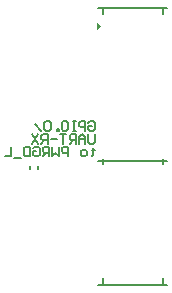
<source format=gbr>
%TF.GenerationSoftware,Altium Limited,Altium Designer,24.8.2 (39)*%
G04 Layer_Color=32896*
%FSLAX45Y45*%
%MOMM*%
%TF.SameCoordinates,FBB41CCB-3D8C-4B0B-A071-B3836E82DD1E*%
%TF.FilePolarity,Positive*%
%TF.FileFunction,Legend,Bot*%
%TF.Part,Single*%
G01*
G75*
%TA.AperFunction,NonConductor*%
%ADD19C,0.15000*%
%ADD20C,0.20000*%
G36*
X930000Y2328000D02*
X890000Y2360158D01*
Y2295843D01*
X930000Y2328000D01*
D02*
G37*
D19*
X392000Y1118000D02*
Y1142000D01*
X328000Y1118000D02*
Y1142000D01*
X861671Y1294974D02*
Y1281645D01*
X875000D01*
X848342D01*
X861671D01*
Y1241658D01*
X848342Y1228329D01*
X795026D02*
X768368D01*
X755039Y1241658D01*
Y1268316D01*
X768368Y1281645D01*
X795026D01*
X808355Y1268316D01*
Y1241658D01*
X795026Y1228329D01*
X648407D02*
Y1308303D01*
X608419D01*
X595091Y1294974D01*
Y1268316D01*
X608419Y1254987D01*
X648407D01*
X568432Y1308303D02*
Y1228329D01*
X541774Y1254987D01*
X515116Y1228329D01*
Y1308303D01*
X488458Y1228329D02*
Y1308303D01*
X448471D01*
X435142Y1294974D01*
Y1268316D01*
X448471Y1254987D01*
X488458D01*
X461800D02*
X435142Y1228329D01*
X355168Y1294974D02*
X368497Y1308303D01*
X395155D01*
X408484Y1294974D01*
Y1241658D01*
X395155Y1228329D01*
X368497D01*
X355168Y1241658D01*
Y1268316D01*
X381826D01*
X328510Y1308303D02*
Y1228329D01*
X288523D01*
X275194Y1241658D01*
Y1294974D01*
X288523Y1308303D01*
X328510D01*
X248536Y1215000D02*
X195220D01*
X168562Y1308303D02*
Y1228329D01*
X115245D01*
X875000Y1414974D02*
Y1348329D01*
X861671Y1335000D01*
X835013D01*
X821684Y1348329D01*
Y1414974D01*
X795026Y1335000D02*
Y1388316D01*
X768368Y1414974D01*
X741710Y1388316D01*
Y1335000D01*
Y1374987D01*
X795026D01*
X715052Y1335000D02*
Y1414974D01*
X675065D01*
X661736Y1401645D01*
Y1374987D01*
X675065Y1361658D01*
X715052D01*
X688394D02*
X661736Y1335000D01*
X635078Y1414974D02*
X581762D01*
X608420D01*
Y1335000D01*
X555104Y1374987D02*
X501787D01*
X475129Y1335000D02*
Y1414974D01*
X435142D01*
X421813Y1401645D01*
Y1374987D01*
X435142Y1361658D01*
X475129D01*
X448471D02*
X421813Y1335000D01*
X395155Y1414974D02*
X341839Y1335000D01*
Y1414974D02*
X395155Y1335000D01*
X821684Y1511645D02*
X835013Y1524974D01*
X861671D01*
X875000Y1511645D01*
Y1458329D01*
X861671Y1445000D01*
X835013D01*
X821684Y1458329D01*
Y1484987D01*
X848342D01*
X795026Y1445000D02*
Y1524974D01*
X755039D01*
X741710Y1511645D01*
Y1484987D01*
X755039Y1471658D01*
X795026D01*
X715052Y1524974D02*
X688394D01*
X701723D01*
Y1445000D01*
X715052D01*
X688394D01*
X608419Y1524974D02*
X635077D01*
X648407Y1511645D01*
Y1458329D01*
X635077Y1445000D01*
X608419D01*
X595091Y1458329D01*
Y1511645D01*
X608419Y1524974D01*
X568432Y1445000D02*
Y1458329D01*
X555103D01*
Y1445000D01*
X568432D01*
X501787Y1511645D02*
X488458Y1524974D01*
X461800D01*
X448471Y1511645D01*
Y1458329D01*
X461800Y1445000D01*
X488458D01*
X501787Y1458329D01*
Y1511645D01*
X421813Y1445000D02*
X368497Y1498316D01*
D20*
X905002Y138999D02*
X1490000D01*
X945002Y143002D02*
Y192999D01*
X1450000Y143002D02*
Y192999D01*
Y1163000D02*
Y1207999D01*
X945002Y1163000D02*
Y1207999D01*
X913999Y1185001D02*
X1479001D01*
X945002Y1163000D02*
Y1207999D01*
X1450000Y1163000D02*
Y1207999D01*
X905002Y1185001D02*
X1490000D01*
X945002Y2428001D02*
Y2477999D01*
X905002Y2480000D02*
X1490000D01*
X1450000Y2428001D02*
Y2477999D01*
%TF.MD5,1e4770a76253f3cf3cc6cc5a86e59323*%
M02*

</source>
